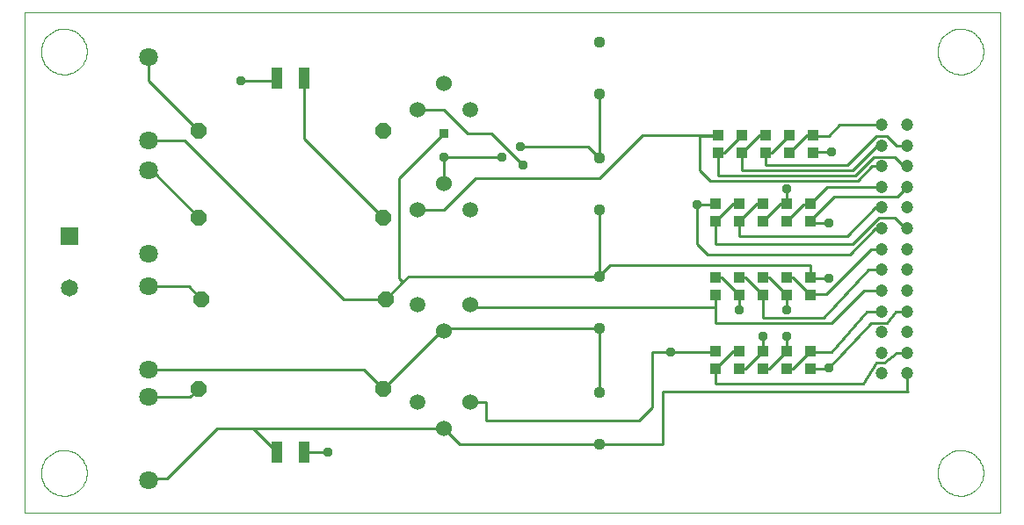
<source format=gtl>
G75*
G70*
%OFA0B0*%
%FSLAX24Y24*%
%IPPOS*%
%LPD*%
%AMOC8*
5,1,8,0,0,1.08239X$1,22.5*
%
%ADD10C,0.0000*%
%ADD11R,0.0433X0.0394*%
%ADD12C,0.0709*%
%ADD13OC8,0.0600*%
%ADD14C,0.0443*%
%ADD15C,0.0472*%
%ADD16C,0.0591*%
%ADD17C,0.0600*%
%ADD18R,0.0650X0.0650*%
%ADD19C,0.0650*%
%ADD20R,0.0433X0.0787*%
%ADD21C,0.0100*%
%ADD22C,0.0376*%
%ADD23R,0.0376X0.0376*%
D10*
X047008Y000668D02*
X047008Y019668D01*
X084008Y019668D01*
X084000Y000668D01*
X047008Y000668D01*
X047642Y002168D02*
X047644Y002226D01*
X047650Y002285D01*
X047660Y002342D01*
X047673Y002399D01*
X047691Y002455D01*
X047712Y002510D01*
X047737Y002562D01*
X047765Y002614D01*
X047797Y002663D01*
X047832Y002710D01*
X047870Y002754D01*
X047911Y002796D01*
X047955Y002835D01*
X048001Y002870D01*
X048050Y002903D01*
X048101Y002932D01*
X048153Y002958D01*
X048207Y002980D01*
X048263Y002999D01*
X048319Y003013D01*
X048377Y003024D01*
X048435Y003031D01*
X048493Y003034D01*
X048552Y003033D01*
X048610Y003028D01*
X048668Y003019D01*
X048725Y003006D01*
X048781Y002990D01*
X048836Y002969D01*
X048889Y002945D01*
X048941Y002918D01*
X048991Y002887D01*
X049038Y002853D01*
X049083Y002815D01*
X049126Y002775D01*
X049165Y002732D01*
X049202Y002686D01*
X049235Y002638D01*
X049265Y002588D01*
X049292Y002536D01*
X049315Y002482D01*
X049334Y002427D01*
X049350Y002371D01*
X049362Y002314D01*
X049370Y002256D01*
X049374Y002197D01*
X049374Y002139D01*
X049370Y002080D01*
X049362Y002022D01*
X049350Y001965D01*
X049334Y001909D01*
X049315Y001854D01*
X049292Y001800D01*
X049265Y001748D01*
X049235Y001698D01*
X049202Y001650D01*
X049165Y001604D01*
X049126Y001561D01*
X049083Y001521D01*
X049038Y001483D01*
X048991Y001449D01*
X048941Y001418D01*
X048889Y001391D01*
X048836Y001367D01*
X048781Y001346D01*
X048725Y001330D01*
X048668Y001317D01*
X048610Y001308D01*
X048552Y001303D01*
X048493Y001302D01*
X048435Y001305D01*
X048377Y001312D01*
X048319Y001323D01*
X048263Y001337D01*
X048207Y001356D01*
X048153Y001378D01*
X048101Y001404D01*
X048050Y001433D01*
X048001Y001466D01*
X047955Y001501D01*
X047911Y001540D01*
X047870Y001582D01*
X047832Y001626D01*
X047797Y001673D01*
X047765Y001722D01*
X047737Y001774D01*
X047712Y001826D01*
X047691Y001881D01*
X047673Y001937D01*
X047660Y001994D01*
X047650Y002051D01*
X047644Y002110D01*
X047642Y002168D01*
X081642Y002168D02*
X081644Y002226D01*
X081650Y002285D01*
X081660Y002342D01*
X081673Y002399D01*
X081691Y002455D01*
X081712Y002510D01*
X081737Y002562D01*
X081765Y002614D01*
X081797Y002663D01*
X081832Y002710D01*
X081870Y002754D01*
X081911Y002796D01*
X081955Y002835D01*
X082001Y002870D01*
X082050Y002903D01*
X082101Y002932D01*
X082153Y002958D01*
X082207Y002980D01*
X082263Y002999D01*
X082319Y003013D01*
X082377Y003024D01*
X082435Y003031D01*
X082493Y003034D01*
X082552Y003033D01*
X082610Y003028D01*
X082668Y003019D01*
X082725Y003006D01*
X082781Y002990D01*
X082836Y002969D01*
X082889Y002945D01*
X082941Y002918D01*
X082991Y002887D01*
X083038Y002853D01*
X083083Y002815D01*
X083126Y002775D01*
X083165Y002732D01*
X083202Y002686D01*
X083235Y002638D01*
X083265Y002588D01*
X083292Y002536D01*
X083315Y002482D01*
X083334Y002427D01*
X083350Y002371D01*
X083362Y002314D01*
X083370Y002256D01*
X083374Y002197D01*
X083374Y002139D01*
X083370Y002080D01*
X083362Y002022D01*
X083350Y001965D01*
X083334Y001909D01*
X083315Y001854D01*
X083292Y001800D01*
X083265Y001748D01*
X083235Y001698D01*
X083202Y001650D01*
X083165Y001604D01*
X083126Y001561D01*
X083083Y001521D01*
X083038Y001483D01*
X082991Y001449D01*
X082941Y001418D01*
X082889Y001391D01*
X082836Y001367D01*
X082781Y001346D01*
X082725Y001330D01*
X082668Y001317D01*
X082610Y001308D01*
X082552Y001303D01*
X082493Y001302D01*
X082435Y001305D01*
X082377Y001312D01*
X082319Y001323D01*
X082263Y001337D01*
X082207Y001356D01*
X082153Y001378D01*
X082101Y001404D01*
X082050Y001433D01*
X082001Y001466D01*
X081955Y001501D01*
X081911Y001540D01*
X081870Y001582D01*
X081832Y001626D01*
X081797Y001673D01*
X081765Y001722D01*
X081737Y001774D01*
X081712Y001826D01*
X081691Y001881D01*
X081673Y001937D01*
X081660Y001994D01*
X081650Y002051D01*
X081644Y002110D01*
X081642Y002168D01*
X081642Y018168D02*
X081644Y018226D01*
X081650Y018285D01*
X081660Y018342D01*
X081673Y018399D01*
X081691Y018455D01*
X081712Y018510D01*
X081737Y018562D01*
X081765Y018614D01*
X081797Y018663D01*
X081832Y018710D01*
X081870Y018754D01*
X081911Y018796D01*
X081955Y018835D01*
X082001Y018870D01*
X082050Y018903D01*
X082101Y018932D01*
X082153Y018958D01*
X082207Y018980D01*
X082263Y018999D01*
X082319Y019013D01*
X082377Y019024D01*
X082435Y019031D01*
X082493Y019034D01*
X082552Y019033D01*
X082610Y019028D01*
X082668Y019019D01*
X082725Y019006D01*
X082781Y018990D01*
X082836Y018969D01*
X082889Y018945D01*
X082941Y018918D01*
X082991Y018887D01*
X083038Y018853D01*
X083083Y018815D01*
X083126Y018775D01*
X083165Y018732D01*
X083202Y018686D01*
X083235Y018638D01*
X083265Y018588D01*
X083292Y018536D01*
X083315Y018482D01*
X083334Y018427D01*
X083350Y018371D01*
X083362Y018314D01*
X083370Y018256D01*
X083374Y018197D01*
X083374Y018139D01*
X083370Y018080D01*
X083362Y018022D01*
X083350Y017965D01*
X083334Y017909D01*
X083315Y017854D01*
X083292Y017800D01*
X083265Y017748D01*
X083235Y017698D01*
X083202Y017650D01*
X083165Y017604D01*
X083126Y017561D01*
X083083Y017521D01*
X083038Y017483D01*
X082991Y017449D01*
X082941Y017418D01*
X082889Y017391D01*
X082836Y017367D01*
X082781Y017346D01*
X082725Y017330D01*
X082668Y017317D01*
X082610Y017308D01*
X082552Y017303D01*
X082493Y017302D01*
X082435Y017305D01*
X082377Y017312D01*
X082319Y017323D01*
X082263Y017337D01*
X082207Y017356D01*
X082153Y017378D01*
X082101Y017404D01*
X082050Y017433D01*
X082001Y017466D01*
X081955Y017501D01*
X081911Y017540D01*
X081870Y017582D01*
X081832Y017626D01*
X081797Y017673D01*
X081765Y017722D01*
X081737Y017774D01*
X081712Y017826D01*
X081691Y017881D01*
X081673Y017937D01*
X081660Y017994D01*
X081650Y018051D01*
X081644Y018110D01*
X081642Y018168D01*
X047642Y018168D02*
X047644Y018226D01*
X047650Y018285D01*
X047660Y018342D01*
X047673Y018399D01*
X047691Y018455D01*
X047712Y018510D01*
X047737Y018562D01*
X047765Y018614D01*
X047797Y018663D01*
X047832Y018710D01*
X047870Y018754D01*
X047911Y018796D01*
X047955Y018835D01*
X048001Y018870D01*
X048050Y018903D01*
X048101Y018932D01*
X048153Y018958D01*
X048207Y018980D01*
X048263Y018999D01*
X048319Y019013D01*
X048377Y019024D01*
X048435Y019031D01*
X048493Y019034D01*
X048552Y019033D01*
X048610Y019028D01*
X048668Y019019D01*
X048725Y019006D01*
X048781Y018990D01*
X048836Y018969D01*
X048889Y018945D01*
X048941Y018918D01*
X048991Y018887D01*
X049038Y018853D01*
X049083Y018815D01*
X049126Y018775D01*
X049165Y018732D01*
X049202Y018686D01*
X049235Y018638D01*
X049265Y018588D01*
X049292Y018536D01*
X049315Y018482D01*
X049334Y018427D01*
X049350Y018371D01*
X049362Y018314D01*
X049370Y018256D01*
X049374Y018197D01*
X049374Y018139D01*
X049370Y018080D01*
X049362Y018022D01*
X049350Y017965D01*
X049334Y017909D01*
X049315Y017854D01*
X049292Y017800D01*
X049265Y017748D01*
X049235Y017698D01*
X049202Y017650D01*
X049165Y017604D01*
X049126Y017561D01*
X049083Y017521D01*
X049038Y017483D01*
X048991Y017449D01*
X048941Y017418D01*
X048889Y017391D01*
X048836Y017367D01*
X048781Y017346D01*
X048725Y017330D01*
X048668Y017317D01*
X048610Y017308D01*
X048552Y017303D01*
X048493Y017302D01*
X048435Y017305D01*
X048377Y017312D01*
X048319Y017323D01*
X048263Y017337D01*
X048207Y017356D01*
X048153Y017378D01*
X048101Y017404D01*
X048050Y017433D01*
X048001Y017466D01*
X047955Y017501D01*
X047911Y017540D01*
X047870Y017582D01*
X047832Y017626D01*
X047797Y017673D01*
X047765Y017722D01*
X047737Y017774D01*
X047712Y017826D01*
X047691Y017881D01*
X047673Y017937D01*
X047660Y017994D01*
X047650Y018051D01*
X047644Y018110D01*
X047642Y018168D01*
D11*
X073308Y015003D03*
X074208Y015003D03*
X075108Y015003D03*
X076008Y015003D03*
X076908Y015003D03*
X076908Y014334D03*
X076008Y014334D03*
X075108Y014334D03*
X074208Y014334D03*
X073308Y014334D03*
X073208Y012403D03*
X074108Y012403D03*
X075008Y012403D03*
X075908Y012403D03*
X076808Y012403D03*
X076808Y011734D03*
X075908Y011734D03*
X075008Y011734D03*
X074108Y011734D03*
X073208Y011734D03*
X073208Y009603D03*
X074108Y009603D03*
X075008Y009603D03*
X075908Y009603D03*
X076808Y009603D03*
X076808Y008934D03*
X075908Y008934D03*
X075008Y008934D03*
X074108Y008934D03*
X073208Y008934D03*
X073208Y006803D03*
X074108Y006803D03*
X075008Y006803D03*
X075908Y006803D03*
X076808Y006803D03*
X076808Y006134D03*
X075908Y006134D03*
X075008Y006134D03*
X074108Y006134D03*
X073208Y006134D03*
D12*
X051708Y006094D03*
X051708Y005043D03*
X051708Y001894D03*
X051708Y009243D03*
X051708Y010494D03*
X051708Y013643D03*
X051708Y014794D03*
X051708Y017943D03*
D13*
X053608Y015168D03*
X060608Y015168D03*
X060608Y011868D03*
X053608Y011868D03*
X053708Y008768D03*
X060708Y008768D03*
X060608Y005368D03*
X053608Y005368D03*
D14*
X068808Y005237D03*
X068808Y003268D03*
X068808Y007668D03*
X068808Y009637D03*
X068808Y012168D03*
X068808Y014137D03*
X068808Y016568D03*
X068808Y018537D03*
D15*
X079508Y015393D03*
X080492Y015393D03*
X080492Y014605D03*
X079508Y014605D03*
X079508Y013818D03*
X080492Y013818D03*
X080492Y013031D03*
X079508Y013031D03*
X079508Y012243D03*
X080492Y012243D03*
X080492Y011456D03*
X079508Y011456D03*
X079508Y010668D03*
X080492Y010668D03*
X080492Y009881D03*
X079508Y009881D03*
X079508Y009094D03*
X080492Y009094D03*
X080492Y008306D03*
X079508Y008306D03*
X079508Y007519D03*
X080492Y007519D03*
X080492Y006731D03*
X079508Y006731D03*
X079508Y005944D03*
X080492Y005944D03*
D16*
X061908Y004868D03*
X061908Y008568D03*
X063908Y012168D03*
X063908Y015968D03*
D17*
X061908Y015968D03*
X062908Y016968D03*
X062908Y013168D03*
X061908Y012168D03*
X063908Y008568D03*
X062908Y007568D03*
X063908Y004868D03*
X062908Y003868D03*
D18*
X048708Y011153D03*
D19*
X048708Y009184D03*
D20*
X056596Y002968D03*
X057619Y002968D03*
X057619Y017168D03*
X056596Y017168D03*
D21*
X056496Y017068D01*
X055208Y017068D01*
X057619Y017168D02*
X057619Y014857D01*
X060608Y011868D01*
X061908Y012168D02*
X062908Y012168D01*
X064108Y013368D01*
X068808Y013368D01*
X070442Y015003D01*
X073308Y015003D01*
X073273Y014968D01*
X072608Y014968D01*
X072608Y013668D01*
X073008Y013268D01*
X078608Y013268D01*
X079157Y013818D01*
X079508Y013818D01*
X080008Y014168D02*
X080358Y013818D01*
X080492Y013818D01*
X080008Y014168D02*
X079208Y014168D01*
X078508Y013468D01*
X073308Y013468D01*
X073308Y014334D01*
X073538Y014334D01*
X074208Y015003D01*
X074208Y014334D02*
X074877Y015003D01*
X075108Y015003D01*
X075338Y014334D02*
X076008Y015003D01*
X076008Y014334D02*
X076677Y015003D01*
X076908Y015003D01*
X076942Y014968D01*
X077508Y014968D01*
X077932Y015393D01*
X079508Y015393D01*
X079308Y014968D02*
X079708Y014968D01*
X080071Y014605D01*
X080492Y014605D01*
X079508Y014605D02*
X079345Y014605D01*
X078408Y013668D01*
X074208Y013668D01*
X074208Y014334D01*
X075108Y014334D02*
X075108Y013868D01*
X078208Y013868D01*
X079308Y014968D01*
X077608Y014368D02*
X076942Y014368D01*
X076908Y014334D01*
X075338Y014334D02*
X075108Y014334D01*
X075908Y012968D02*
X075908Y012403D01*
X075677Y012403D01*
X075008Y011734D01*
X074777Y012403D02*
X074108Y011734D01*
X074108Y011168D01*
X078208Y011168D01*
X079282Y012243D01*
X079508Y012243D01*
X079408Y011868D02*
X078408Y010868D01*
X073208Y010868D01*
X073208Y011734D01*
X073877Y012403D01*
X074108Y012403D01*
X074777Y012403D02*
X075008Y012403D01*
X075908Y011734D02*
X076542Y012368D01*
X076808Y012368D01*
X076808Y012403D01*
X077435Y013031D01*
X079508Y013031D01*
X080130Y012668D02*
X080492Y013031D01*
X080130Y012668D02*
X077708Y012668D01*
X076908Y011868D01*
X076808Y011734D01*
X076873Y011668D01*
X077508Y011668D01*
X078308Y010468D02*
X079295Y011456D01*
X079508Y011456D01*
X080008Y011868D02*
X080420Y011456D01*
X080492Y011456D01*
X080008Y011868D02*
X079408Y011868D01*
X075908Y011734D02*
X075842Y011768D01*
X073208Y012403D02*
X073173Y012368D01*
X072508Y012368D01*
X072508Y012268D01*
X072508Y010868D01*
X072908Y010468D01*
X078308Y010468D01*
X079108Y010668D02*
X077408Y008968D01*
X076842Y008968D01*
X076808Y008934D01*
X076138Y009603D01*
X075908Y009603D01*
X075908Y008934D02*
X075238Y009603D01*
X075008Y009603D01*
X075008Y008934D02*
X074338Y009603D01*
X074108Y009603D01*
X074108Y008934D02*
X073438Y009603D01*
X073208Y009603D01*
X073208Y008934D02*
X073208Y008468D01*
X064008Y008468D01*
X063908Y008568D01*
X061576Y009637D02*
X061358Y009418D01*
X061208Y009568D01*
X061208Y013368D01*
X062908Y015068D01*
X063808Y015068D02*
X064708Y015068D01*
X065908Y013868D01*
X065108Y014168D02*
X062908Y014168D01*
X062908Y013168D01*
X065808Y014568D02*
X068376Y014568D01*
X068808Y014137D01*
X068808Y016568D01*
X063808Y015068D02*
X062908Y015968D01*
X061908Y015968D01*
X053608Y015168D02*
X051708Y017068D01*
X051708Y017943D01*
X051708Y014794D02*
X053082Y014794D01*
X059108Y008768D01*
X060708Y008768D01*
X061358Y009418D01*
X061576Y009637D02*
X068808Y009637D01*
X068808Y009668D01*
X069208Y010068D01*
X076808Y010068D01*
X076808Y009603D01*
X076842Y009568D01*
X077508Y009568D01*
X077308Y008068D02*
X079020Y009881D01*
X079508Y009881D01*
X079508Y010668D02*
X079108Y010668D01*
X078833Y009094D02*
X077608Y007868D01*
X073208Y007868D01*
X073208Y008468D01*
X074108Y008368D02*
X074108Y008934D01*
X075008Y008934D02*
X075008Y008068D01*
X077308Y008068D01*
X077608Y006768D02*
X078945Y008306D01*
X079508Y008306D01*
X079708Y007868D02*
X080045Y008306D01*
X080492Y008306D01*
X079708Y007868D02*
X079108Y007868D01*
X077508Y006168D01*
X077473Y006134D01*
X076808Y006134D01*
X076842Y006168D01*
X076808Y006803D02*
X076138Y006134D01*
X075908Y006134D01*
X075908Y006803D02*
X075238Y006134D01*
X075008Y006134D01*
X075008Y006803D02*
X074338Y006134D01*
X074108Y006134D01*
X073877Y006803D02*
X073208Y006134D01*
X073208Y005568D01*
X078808Y005568D01*
X079308Y006368D01*
X079608Y006368D01*
X080071Y006731D01*
X080492Y006731D01*
X080492Y005944D02*
X080492Y005284D01*
X080508Y005268D01*
X071208Y005268D01*
X071208Y003268D01*
X068808Y003268D01*
X063508Y003268D01*
X062908Y003868D01*
X055696Y003868D01*
X056596Y002968D01*
X057619Y002968D02*
X058508Y002968D01*
X055696Y003868D02*
X054308Y003868D01*
X052408Y001968D01*
X051782Y001968D01*
X051708Y001894D01*
X063908Y004868D02*
X064508Y004868D01*
X064508Y004168D01*
X070308Y004168D01*
X070808Y004668D01*
X070808Y006768D01*
X071508Y006768D01*
X073173Y006768D01*
X073208Y006803D01*
X073877Y006803D02*
X074108Y006803D01*
X075008Y006803D02*
X075008Y007368D01*
X075908Y007368D02*
X075908Y006803D01*
X076808Y006803D02*
X076842Y006768D01*
X077608Y006768D01*
X075908Y008368D02*
X075908Y008934D01*
X078833Y009094D02*
X079508Y009094D01*
X068808Y009637D02*
X068808Y012168D01*
X053608Y011868D02*
X051833Y013643D01*
X051708Y013643D01*
X051708Y009243D02*
X053233Y009243D01*
X053708Y008768D01*
X060608Y005368D02*
X062808Y007568D01*
X062908Y007568D01*
X063008Y007668D01*
X068808Y007668D01*
X068808Y005237D01*
X060608Y005368D02*
X059882Y006094D01*
X051708Y006094D01*
X053282Y005043D02*
X053608Y005368D01*
X053282Y005043D02*
X051708Y005043D01*
D22*
X058508Y002968D03*
X071508Y006768D03*
X075008Y007368D03*
X075008Y007368D03*
X075908Y007368D03*
X075908Y008368D03*
X075908Y008368D03*
X074108Y008368D03*
X074108Y008368D03*
X077508Y009568D03*
X077508Y011668D03*
X075908Y012968D03*
X072508Y012368D03*
X065908Y013868D03*
X065108Y014168D03*
X065808Y014568D03*
X062908Y014168D03*
X055208Y017068D03*
X077608Y014368D03*
X077508Y006168D03*
D23*
X062908Y015068D03*
M02*

</source>
